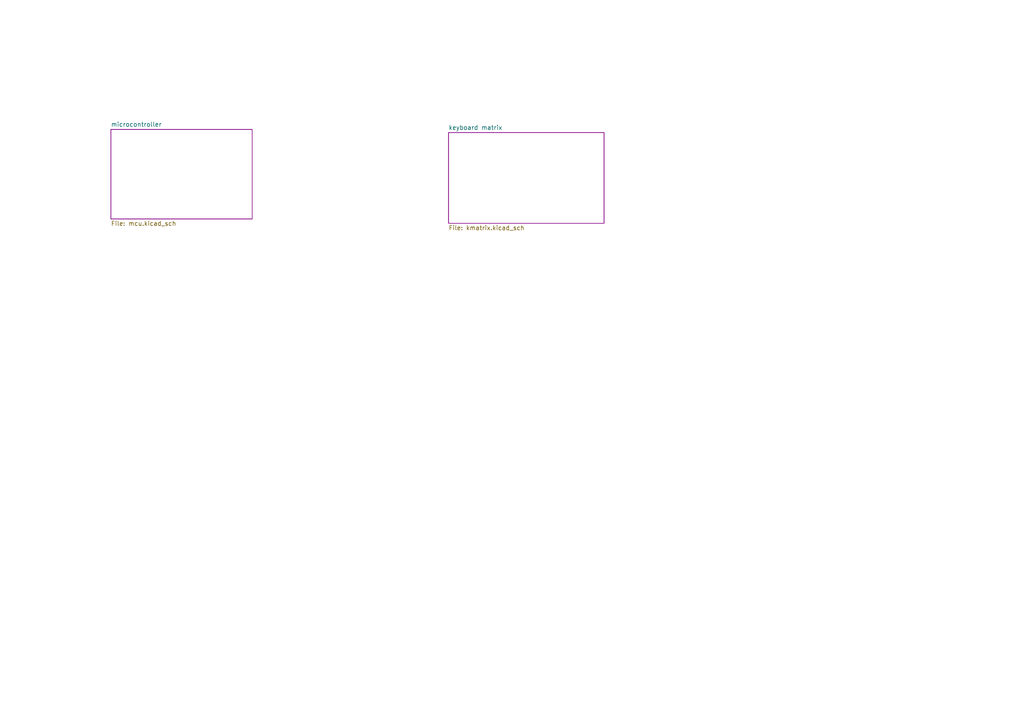
<source format=kicad_sch>
(kicad_sch (version 20211123) (generator eeschema)
  (paper "A4")
  (lib_symbols)
  (sheet (at 32.1564 37.5412) (size 40.9956 25.9588) (stroke (width 0.1524) (color 132 0 132 1)) (fill (color 255 255 255 0.0000))
    (property "Sheet name" "microcontroller" (at 32.1564 36.8296 0) (effects (justify left bottom)))
    (property "Sheet file" "mcu.kicad_sch" (at 32.1564 64.0846 0) (effects (justify left top)))
  )
  (sheet (at 130.0988 38.4556) (size 45.1104 26.3144) (stroke (width 0.1524) (color 132 0 132 1)) (fill (color 255 255 255 0.0000))
    (property "Sheet name" "keyboard matrix" (at 130.0988 37.744 0) (effects (justify left bottom)))
    (property "Sheet file" "kmatrix.kicad_sch" (at 130.0988 65.3546 0) (effects (justify left top)))
  )
)
</source>
